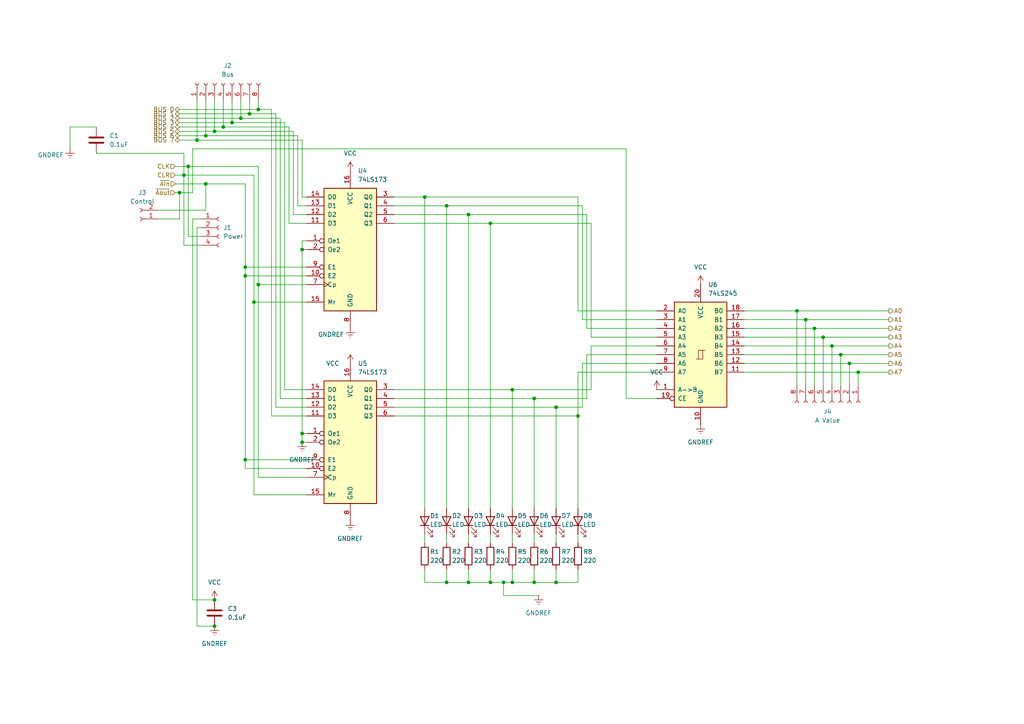
<source format=kicad_sch>
(kicad_sch (version 20231120) (generator "eeschema") (generator_version "8.0")
  (paper "A4")
  (lib_symbols
    (symbol "74xx:74LS173" (pin_names (offset 1.016))
      (property "Reference" "U" (at -7.62 19.05 0))
      (property "Value" "74LS173" (at -7.62 -19.05 0))
      (symbol "74LS173_1_0"
        (pin input inverted (at -12.7 2.54 0) (length 5.08) (name "Oe1") (number "1"))
        (pin input inverted (at -12.7 -7.62 0) (length 5.08) (name "E2") (number "10"))
        (pin input line (at -12.7 7.62 0) (length 5.08) (name "D3") (number "11"))
        (pin input line (at -12.7 10.16 0) (length 5.08) (name "D2") (number "12"))
        (pin input line (at -12.7 12.7 0) (length 5.08) (name "D1") (number "13"))
        (pin input line (at -12.7 15.24 0) (length 5.08) (name "D0") (number "14"))
        (pin input line (at -12.7 -15.24 0) (length 5.08) (name "Mr") (number "15"))
        (pin power_in line (at 0 22.86 270) (length 5.08) (name "VCC") (number "16"))
        (pin input inverted (at -12.7 0 0) (length 5.08) (name "Oe2") (number "2"))
        (pin tri_state line (at 12.7 15.24 180) (length 5.08) (name "Q0") (number "3"))
        (pin tri_state line (at 12.7 12.7 180) (length 5.08) (name "Q1") (number "4"))
        (pin tri_state line (at 12.7 10.16 180) (length 5.08) (name "Q2") (number "5"))
        (pin tri_state line (at 12.7 7.62 180) (length 5.08) (name "Q3") (number "6"))
        (pin input clock (at -12.7 -10.16 0) (length 5.08) (name "Cp") (number "7"))
        (pin power_in line (at 0 -22.86 90) (length 5.08) (name "GND") (number "8"))
        (pin input inverted (at -12.7 -5.08 0) (length 5.08) (name "E1") (number "9"))
      )
      (symbol "74LS173_1_1"
        (rectangle (start -7.62 17.78) (end 7.62 -17.78) (stroke (width 0.254)) (fill (type background)))
      )
    )
    (symbol "74xx:74LS245" (pin_names (offset 1.016))
      (property "Reference" "U" (at -7.62 16.51 0))
      (property "Value" "74LS245" (at -7.62 -16.51 0))
      (symbol "74LS245_1_0"
        (polyline (pts (xy -0.635 -1.27) (xy -0.635 1.27) (xy 0.635 1.27)))
        (polyline (pts (xy -1.27 -1.27) (xy 0.635 -1.27) (xy 0.635 1.27) (xy 1.27 1.27)))
        (pin input line (at -12.7 -10.16 0) (length 5.08) (name "A->B") (number "1"))
        (pin power_in line (at 0 -20.32 90) (length 5.08) (name "GND") (number "10"))
        (pin tri_state line (at 12.7 -5.08 180) (length 5.08) (name "B7") (number "11"))
        (pin tri_state line (at 12.7 -2.54 180) (length 5.08) (name "B6") (number "12"))
        (pin tri_state line (at 12.7 0 180) (length 5.08) (name "B5") (number "13"))
        (pin tri_state line (at 12.7 2.54 180) (length 5.08) (name "B4") (number "14"))
        (pin tri_state line (at 12.7 5.08 180) (length 5.08) (name "B3") (number "15"))
        (pin tri_state line (at 12.7 7.62 180) (length 5.08) (name "B2") (number "16"))
        (pin tri_state line (at 12.7 10.16 180) (length 5.08) (name "B1") (number "17"))
        (pin tri_state line (at 12.7 12.7 180) (length 5.08) (name "B0") (number "18"))
        (pin input inverted (at -12.7 -12.7 0) (length 5.08) (name "CE") (number "19"))
        (pin tri_state line (at -12.7 12.7 0) (length 5.08) (name "A0") (number "2"))
        (pin power_in line (at 0 20.32 270) (length 5.08) (name "VCC") (number "20"))
        (pin tri_state line (at -12.7 10.16 0) (length 5.08) (name "A1") (number "3"))
        (pin tri_state line (at -12.7 7.62 0) (length 5.08) (name "A2") (number "4"))
        (pin tri_state line (at -12.7 5.08 0) (length 5.08) (name "A3") (number "5"))
        (pin tri_state line (at -12.7 2.54 0) (length 5.08) (name "A4") (number "6"))
        (pin tri_state line (at -12.7 0 0) (length 5.08) (name "A5") (number "7"))
        (pin tri_state line (at -12.7 -2.54 0) (length 5.08) (name "A6") (number "8"))
        (pin tri_state line (at -12.7 -5.08 0) (length 5.08) (name "A7") (number "9"))
      )
      (symbol "74LS245_1_1"
        (rectangle (start -7.62 15.24) (end 7.62 -15.24) (stroke (width 0.254)) (fill (type background)))
      )
    )
    (symbol "Connector:Conn_01x02_Socket" (pin_names (offset 1.016) hide)
      (property "Reference" "J" (at 0 2.54 0))
      (property "Value" "Conn_01x02_Socket" (at 0 -5.08 0))
      (symbol "Conn_01x02_Socket_1_1"
        (arc (start 0 -2.032) (mid -0.5058 -2.54) (end 0 -3.048) (stroke (width 0.1524)))
        (polyline (pts (xy -1.27 -2.54) (xy -0.508 -2.54)) (stroke (width 0.1524)))
        (polyline (pts (xy -1.27 0) (xy -0.508 0)) (stroke (width 0.1524)))
        (arc (start 0 0.508) (mid -0.5058 0) (end 0 -0.508) (stroke (width 0.1524)))
        (pin passive line (at -5.08 0 0) (length 3.81) (name "Pin_1") (number "1"))
        (pin passive line (at -5.08 -2.54 0) (length 3.81) (name "Pin_2") (number "2"))
      )
    )
    (symbol "Connector:Conn_01x04_Socket" (pin_names (offset 1.016) hide)
      (property "Reference" "J" (at 0 5.08 0))
      (property "Value" "Conn_01x04_Socket" (at 0 -7.62 0))
      (symbol "Conn_01x04_Socket_1_1"
        (arc (start 0 -4.572) (mid -0.5058 -5.08) (end 0 -5.588) (stroke (width 0.1524)))
        (arc (start 0 -2.032) (mid -0.5058 -2.54) (end 0 -3.048) (stroke (width 0.1524)))
        (polyline (pts (xy -1.27 -5.08) (xy -0.508 -5.08)) (stroke (width 0.1524)))
        (polyline (pts (xy -1.27 -2.54) (xy -0.508 -2.54)) (stroke (width 0.1524)))
        (polyline (pts (xy -1.27 0) (xy -0.508 0)) (stroke (width 0.1524)))
        (polyline (pts (xy -1.27 2.54) (xy -0.508 2.54)) (stroke (width 0.1524)))
        (arc (start 0 0.508) (mid -0.5058 0) (end 0 -0.508) (stroke (width 0.1524)))
        (arc (start 0 3.048) (mid -0.5058 2.54) (end 0 2.032) (stroke (width 0.1524)))
        (pin passive line (at -5.08 2.54 0) (length 3.81) (name "Pin_1") (number "1"))
        (pin passive line (at -5.08 0 0) (length 3.81) (name "Pin_2") (number "2"))
        (pin passive line (at -5.08 -2.54 0) (length 3.81) (name "Pin_3") (number "3"))
        (pin passive line (at -5.08 -5.08 0) (length 3.81) (name "Pin_4") (number "4"))
      )
    )
    (symbol "Connector:Conn_01x08_Socket" (pin_names (offset 1.016) hide)
      (property "Reference" "J" (at 0 10.16 0))
      (property "Value" "Conn_01x08_Socket" (at 0 -12.7 0))
      (symbol "Conn_01x08_Socket_1_1"
        (arc (start 0 -9.652) (mid -0.5058 -10.16) (end 0 -10.668) (stroke (width 0.1524)))
        (arc (start 0 -7.112) (mid -0.5058 -7.62) (end 0 -8.128) (stroke (width 0.1524)))
        (arc (start 0 -4.572) (mid -0.5058 -5.08) (end 0 -5.588) (stroke (width 0.1524)))
        (arc (start 0 -2.032) (mid -0.5058 -2.54) (end 0 -3.048) (stroke (width 0.1524)))
        (polyline (pts (xy -1.27 -10.16) (xy -0.508 -10.16)) (stroke (width 0.1524)))
        (polyline (pts (xy -1.27 -7.62) (xy -0.508 -7.62)) (stroke (width 0.1524)))
        (polyline (pts (xy -1.27 -5.08) (xy -0.508 -5.08)) (stroke (width 0.1524)))
        (polyline (pts (xy -1.27 -2.54) (xy -0.508 -2.54)) (stroke (width 0.1524)))
        (polyline (pts (xy -1.27 0) (xy -0.508 0)) (stroke (width 0.1524)))
        (polyline (pts (xy -1.27 2.54) (xy -0.508 2.54)) (stroke (width 0.1524)))
        (polyline (pts (xy -1.27 5.08) (xy -0.508 5.08)) (stroke (width 0.1524)))
        (polyline (pts (xy -1.27 7.62) (xy -0.508 7.62)) (stroke (width 0.1524)))
        (arc (start 0 0.508) (mid -0.5058 0) (end 0 -0.508) (stroke (width 0.1524)))
        (arc (start 0 3.048) (mid -0.5058 2.54) (end 0 2.032) (stroke (width 0.1524)))
        (arc (start 0 5.588) (mid -0.5058 5.08) (end 0 4.572) (stroke (width 0.1524)))
        (arc (start 0 8.128) (mid -0.5058 7.62) (end 0 7.112) (stroke (width 0.1524)))
        (pin passive line (at -5.08 7.62 0) (length 3.81) (name "Pin_1") (number "1"))
        (pin passive line (at -5.08 5.08 0) (length 3.81) (name "Pin_2") (number "2"))
        (pin passive line (at -5.08 2.54 0) (length 3.81) (name "Pin_3") (number "3"))
        (pin passive line (at -5.08 0 0) (length 3.81) (name "Pin_4") (number "4"))
        (pin passive line (at -5.08 -2.54 0) (length 3.81) (name "Pin_5") (number "5"))
        (pin passive line (at -5.08 -5.08 0) (length 3.81) (name "Pin_6") (number "6"))
        (pin passive line (at -5.08 -7.62 0) (length 3.81) (name "Pin_7") (number "7"))
        (pin passive line (at -5.08 -10.16 0) (length 3.81) (name "Pin_8") (number "8"))
      )
    )
    (symbol "Device:C" (pin_numbers hide) (pin_names (offset 0.254))
      (property "Reference" "C" (at 0.635 2.54 0))
      (property "Value" "C" (at 0.635 -2.54 0))
      (symbol "C_0_1"
        (polyline (pts (xy -2.032 -0.762) (xy 2.032 -0.762)) (stroke (width 0.508)))
        (polyline (pts (xy -2.032 0.762) (xy 2.032 0.762)) (stroke (width 0.508)))
      )
      (symbol "C_1_1"
        (pin passive line (at 0 3.81 270) (length 2.794) (name "~") (number "1"))
        (pin passive line (at 0 -3.81 90) (length 2.794) (name "~") (number "2"))
      )
    )
    (symbol "Device:LED" (pin_numbers hide) (pin_names (offset 1.016) hide)
      (property "Reference" "D" (at 0 2.54 0))
      (property "Value" "LED" (at 0 -2.54 0))
      (symbol "LED_0_1"
        (polyline (pts (xy -1.27 -1.27) (xy -1.27 1.27)) (stroke (width 0.254)))
        (polyline (pts (xy -1.27 0) (xy 1.27 0)))
        (polyline (pts (xy 1.27 -1.27) (xy 1.27 1.27) (xy -1.27 0) (xy 1.27 -1.27)) (stroke (width 0.254)))
        (polyline (pts (xy -3.048 -0.762) (xy -4.572 -2.286) (xy -3.81 -2.286) (xy -4.572 -2.286) (xy -4.572 -1.524)))
        (polyline (pts (xy -1.778 -0.762) (xy -3.302 -2.286) (xy -2.54 -2.286) (xy -3.302 -2.286) (xy -3.302 -1.524)))
      )
      (symbol "LED_1_1"
        (pin passive line (at -3.81 0 0) (length 2.54) (name "K") (number "1"))
        (pin passive line (at 3.81 0 180) (length 2.54) (name "A") (number "2"))
      )
    )
    (symbol "Device:R" (pin_numbers hide) (pin_names (offset 0))
      (property "Reference" "R" (at 2.032 0 90))
      (property "Value" "R" (at 0 0 90))
      (symbol "R_0_1"
        (rectangle (start -1.016 -2.54) (end 1.016 2.54) (stroke (width 0.254)))
      )
      (symbol "R_1_1"
        (pin passive line (at 0 3.81 270) (length 1.27) (name "~") (number "1"))
        (pin passive line (at 0 -3.81 90) (length 1.27) (name "~") (number "2"))
      )
    )
    (symbol "power:GNDREF" (power) (pin_numbers hide) (pin_names (offset 0) hide)
      (property "Value" "GNDREF" (at 0 -3.81 0))
      (symbol "GNDREF_0_1"
        (polyline (pts (xy -0.635 -1.905) (xy 0.635 -1.905)))
        (polyline (pts (xy -0.127 -2.54) (xy 0.127 -2.54)))
        (polyline (pts (xy 0 -1.27) (xy 0 0)))
        (polyline (pts (xy 1.27 -1.27) (xy -1.27 -1.27)))
      )
      (symbol "GNDREF_1_1"
        (pin power_in line (at 0 0 270) (length 0) (name "~") (number "1"))
      )
    )
    (symbol "power:VCC" (power) (pin_numbers hide) (pin_names (offset 0) hide)
      (property "Value" "VCC" (at 0 3.556 0))
      (symbol "VCC_0_1"
        (polyline (pts (xy -0.762 1.27) (xy 0 2.54)))
        (polyline (pts (xy 0 0) (xy 0 2.54)))
        (polyline (pts (xy 0 2.54) (xy 0.762 1.27)))
      )
      (symbol "VCC_1_1"
        (pin power_in line (at 0 0 90) (length 0) (name "~") (number "1"))
      )
    )
  )
  (junction (at 62.23 173.99))
  (junction (at 71.12 77.47))
  (junction (at 135.89 168.91))
  (junction (at 161.29 118.11))
  (junction (at 52.07 55.88))
  (junction (at 64.77 36.83))
  (junction (at 248.92 107.95))
  (junction (at 142.24 64.77))
  (junction (at 231.14 90.17))
  (junction (at 69.85 34.29))
  (junction (at 142.24 168.91))
  (junction (at 241.3 100.33))
  (junction (at 236.22 95.25))
  (junction (at 146.05 168.91))
  (junction (at 71.12 133.35))
  (junction (at 161.29 168.91))
  (junction (at 148.59 113.03))
  (junction (at 53.34 50.8))
  (junction (at 129.54 59.69))
  (junction (at 54.61 48.26))
  (junction (at 73.66 87.63))
  (junction (at 72.39 33.02))
  (junction (at 148.59 168.91))
  (junction (at 246.38 105.41))
  (junction (at 243.84 102.87))
  (junction (at 87.63 128.27))
  (junction (at 57.15 40.64))
  (junction (at 87.63 125.73))
  (junction (at 135.89 62.23))
  (junction (at 74.93 31.75))
  (junction (at 154.94 168.91))
  (junction (at 238.76 97.79))
  (junction (at 62.23 181.61))
  (junction (at 167.64 120.65))
  (junction (at 74.93 82.55))
  (junction (at 59.69 39.37))
  (junction (at 129.54 168.91))
  (junction (at 67.31 35.56))
  (junction (at 233.68 92.71))
  (junction (at 87.63 72.39))
  (junction (at 59.69 53.34))
  (junction (at 123.19 57.15))
  (junction (at 62.23 38.1))
  (junction (at 154.94 115.57))
  (junction (at 71.12 80.01))
  (wire (pts (xy 67.31 35.56) (xy 82.55 35.56)))
  (wire (pts (xy 71.12 77.47) (xy 71.12 80.01)))
  (wire (pts (xy 87.63 125.73) (xy 87.63 128.27)))
  (wire (pts (xy 74.93 48.26) (xy 74.93 82.55)))
  (wire (pts (xy 57.15 181.61) (xy 62.23 181.61)))
  (wire (pts (xy 114.3 113.03) (xy 148.59 113.03)))
  (wire (pts (xy 170.18 95.25) (xy 170.18 62.23)))
  (wire (pts (xy 52.07 33.02) (xy 72.39 33.02)))
  (wire (pts (xy 50.8 53.34) (xy 59.69 53.34)))
  (wire (pts (xy 154.94 165.1) (xy 154.94 168.91)))
  (wire (pts (xy 52.07 34.29) (xy 69.85 34.29)))
  (wire (pts (xy 167.64 90.17) (xy 190.5 90.17)))
  (wire (pts (xy 135.89 154.94) (xy 135.89 157.48)))
  (wire (pts (xy 154.94 168.91) (xy 148.59 168.91)))
  (wire (pts (xy 59.69 39.37) (xy 86.36 39.37)))
  (wire (pts (xy 78.74 120.65) (xy 78.74 31.75)))
  (wire (pts (xy 142.24 64.77) (xy 171.45 64.77)))
  (wire (pts (xy 87.63 72.39) (xy 87.63 125.73)))
  (wire (pts (xy 129.54 59.69) (xy 168.91 59.69)))
  (wire (pts (xy 55.88 43.18) (xy 55.88 55.88)))
  (wire (pts (xy 71.12 53.34) (xy 71.12 77.47)))
  (wire (pts (xy 135.89 62.23) (xy 135.89 147.32)))
  (wire (pts (xy 87.63 72.39) (xy 88.9 72.39)))
  (wire (pts (xy 170.18 95.25) (xy 190.5 95.25)))
  (wire (pts (xy 129.54 154.94) (xy 129.54 157.48)))
  (wire (pts (xy 129.54 59.69) (xy 129.54 147.32)))
  (wire (pts (xy 171.45 64.77) (xy 171.45 97.79)))
  (wire (pts (xy 154.94 115.57) (xy 154.94 147.32)))
  (wire (pts (xy 52.07 39.37) (xy 59.69 39.37)))
  (wire (pts (xy 167.64 120.65) (xy 167.64 107.95)))
  (wire (pts (xy 87.63 69.85) (xy 87.63 72.39)))
  (wire (pts (xy 45.72 63.5) (xy 52.07 63.5)))
  (wire (pts (xy 52.07 31.75) (xy 74.93 31.75)))
  (wire (pts (xy 123.19 57.15) (xy 123.19 147.32)))
  (wire (pts (xy 54.61 48.26) (xy 74.93 48.26)))
  (wire (pts (xy 53.34 71.12) (xy 53.34 50.8)))
  (wire (pts (xy 168.91 105.41) (xy 168.91 118.11)))
  (wire (pts (xy 59.69 29.21) (xy 59.69 39.37)))
  (wire (pts (xy 167.64 168.91) (xy 161.29 168.91)))
  (wire (pts (xy 215.9 95.25) (xy 236.22 95.25)))
  (wire (pts (xy 59.69 60.96) (xy 59.69 53.34)))
  (wire (pts (xy 88.9 59.69) (xy 86.36 59.69)))
  (wire (pts (xy 55.88 55.88) (xy 52.07 55.88)))
  (wire (pts (xy 236.22 111.76) (xy 236.22 95.25)))
  (wire (pts (xy 69.85 34.29) (xy 81.28 34.29)))
  (wire (pts (xy 114.3 57.15) (xy 123.19 57.15)))
  (wire (pts (xy 83.82 64.77) (xy 83.82 36.83)))
  (wire (pts (xy 52.07 35.56) (xy 67.31 35.56)))
  (wire (pts (xy 88.9 64.77) (xy 83.82 64.77)))
  (wire (pts (xy 86.36 59.69) (xy 86.36 39.37)))
  (wire (pts (xy 72.39 29.21) (xy 72.39 33.02)))
  (wire (pts (xy 142.24 64.77) (xy 142.24 147.32)))
  (wire (pts (xy 170.18 102.87) (xy 190.5 102.87)))
  (wire (pts (xy 154.94 115.57) (xy 170.18 115.57)))
  (wire (pts (xy 114.3 120.65) (xy 167.64 120.65)))
  (wire (pts (xy 87.63 128.27) (xy 88.9 128.27)))
  (wire (pts (xy 246.38 111.76) (xy 246.38 105.41)))
  (wire (pts (xy 215.9 100.33) (xy 241.3 100.33)))
  (wire (pts (xy 88.9 120.65) (xy 78.74 120.65)))
  (wire (pts (xy 161.29 168.91) (xy 154.94 168.91)))
  (wire (pts (xy 215.9 97.79) (xy 238.76 97.79)))
  (wire (pts (xy 142.24 165.1) (xy 142.24 168.91)))
  (wire (pts (xy 123.19 57.15) (xy 167.64 57.15)))
  (wire (pts (xy 181.61 43.18) (xy 55.88 43.18)))
  (wire (pts (xy 88.9 62.23) (xy 85.09 62.23)))
  (wire (pts (xy 80.01 118.11) (xy 80.01 33.02)))
  (wire (pts (xy 167.64 57.15) (xy 167.64 90.17)))
  (wire (pts (xy 161.29 118.11) (xy 168.91 118.11)))
  (wire (pts (xy 241.3 111.76) (xy 241.3 100.33)))
  (wire (pts (xy 58.42 63.5) (xy 55.88 63.5)))
  (wire (pts (xy 236.22 95.25) (xy 257.81 95.25)))
  (wire (pts (xy 53.34 44.45) (xy 27.94 44.45)))
  (wire (pts (xy 87.63 40.64) (xy 87.63 57.15)))
  (wire (pts (xy 248.92 107.95) (xy 257.81 107.95)))
  (wire (pts (xy 142.24 168.91) (xy 146.05 168.91)))
  (wire (pts (xy 88.9 69.85) (xy 87.63 69.85)))
  (wire (pts (xy 55.88 173.99) (xy 62.23 173.99)))
  (wire (pts (xy 73.66 87.63) (xy 88.9 87.63)))
  (wire (pts (xy 74.93 29.21) (xy 74.93 31.75)))
  (wire (pts (xy 27.94 36.83) (xy 20.32 36.83)))
  (wire (pts (xy 168.91 105.41) (xy 190.5 105.41)))
  (wire (pts (xy 231.14 90.17) (xy 257.81 90.17)))
  (wire (pts (xy 123.19 168.91) (xy 129.54 168.91)))
  (wire (pts (xy 135.89 165.1) (xy 135.89 168.91)))
  (wire (pts (xy 246.38 105.41) (xy 257.81 105.41)))
  (wire (pts (xy 238.76 111.76) (xy 238.76 97.79)))
  (wire (pts (xy 64.77 36.83) (xy 83.82 36.83)))
  (wire (pts (xy 168.91 59.69) (xy 168.91 92.71)))
  (wire (pts (xy 88.9 113.03) (xy 82.55 113.03)))
  (wire (pts (xy 129.54 165.1) (xy 129.54 168.91)))
  (wire (pts (xy 161.29 165.1) (xy 161.29 168.91)))
  (wire (pts (xy 146.05 168.91) (xy 146.05 172.72)))
  (wire (pts (xy 171.45 97.79) (xy 190.5 97.79)))
  (wire (pts (xy 171.45 113.03) (xy 171.45 100.33)))
  (wire (pts (xy 215.9 92.71) (xy 233.68 92.71)))
  (wire (pts (xy 74.93 138.43) (xy 88.9 138.43)))
  (wire (pts (xy 171.45 100.33) (xy 190.5 100.33)))
  (wire (pts (xy 190.5 115.57) (xy 181.61 115.57)))
  (wire (pts (xy 135.89 168.91) (xy 142.24 168.91)))
  (wire (pts (xy 59.69 53.34) (xy 71.12 53.34)))
  (wire (pts (xy 243.84 111.76) (xy 243.84 102.87)))
  (wire (pts (xy 231.14 90.17) (xy 231.14 111.76)))
  (wire (pts (xy 114.3 64.77) (xy 142.24 64.77)))
  (wire (pts (xy 114.3 115.57) (xy 154.94 115.57)))
  (wire (pts (xy 161.29 154.94) (xy 161.29 157.48)))
  (wire (pts (xy 71.12 135.89) (xy 88.9 135.89)))
  (wire (pts (xy 88.9 118.11) (xy 80.01 118.11)))
  (wire (pts (xy 148.59 168.91) (xy 146.05 168.91)))
  (wire (pts (xy 52.07 36.83) (xy 64.77 36.83)))
  (wire (pts (xy 62.23 29.21) (xy 62.23 38.1)))
  (wire (pts (xy 54.61 68.58) (xy 54.61 48.26)))
  (wire (pts (xy 71.12 133.35) (xy 71.12 135.89)))
  (wire (pts (xy 81.28 34.29) (xy 81.28 115.57)))
  (wire (pts (xy 85.09 62.23) (xy 85.09 38.1)))
  (wire (pts (xy 55.88 63.5) (xy 55.88 173.99)))
  (wire (pts (xy 241.3 100.33) (xy 257.81 100.33)))
  (wire (pts (xy 74.93 82.55) (xy 74.93 138.43)))
  (wire (pts (xy 129.54 168.91) (xy 135.89 168.91)))
  (wire (pts (xy 50.8 48.26) (xy 54.61 48.26)))
  (wire (pts (xy 52.07 40.64) (xy 57.15 40.64)))
  (wire (pts (xy 114.3 59.69) (xy 129.54 59.69)))
  (wire (pts (xy 45.72 60.96) (xy 59.69 60.96)))
  (wire (pts (xy 62.23 38.1) (xy 85.09 38.1)))
  (wire (pts (xy 73.66 143.51) (xy 88.9 143.51)))
  (wire (pts (xy 52.07 63.5) (xy 52.07 55.88)))
  (wire (pts (xy 73.66 50.8) (xy 73.66 87.63)))
  (wire (pts (xy 71.12 80.01) (xy 71.12 133.35)))
  (wire (pts (xy 53.34 50.8) (xy 53.34 44.45)))
  (wire (pts (xy 170.18 62.23) (xy 135.89 62.23)))
  (wire (pts (xy 167.64 154.94) (xy 167.64 157.48)))
  (wire (pts (xy 67.31 29.21) (xy 67.31 35.56)))
  (wire (pts (xy 146.05 172.72) (xy 156.21 172.72)))
  (wire (pts (xy 248.92 111.76) (xy 248.92 107.95)))
  (wire (pts (xy 71.12 133.35) (xy 88.9 133.35)))
  (wire (pts (xy 123.19 165.1) (xy 123.19 168.91)))
  (wire (pts (xy 233.68 92.71) (xy 233.68 111.76)))
  (wire (pts (xy 52.07 55.88) (xy 50.8 55.88)))
  (wire (pts (xy 64.77 29.21) (xy 64.77 36.83)))
  (wire (pts (xy 123.19 154.94) (xy 123.19 157.48)))
  (wire (pts (xy 57.15 29.21) (xy 57.15 40.64)))
  (wire (pts (xy 148.59 165.1) (xy 148.59 168.91)))
  (wire (pts (xy 154.94 154.94) (xy 154.94 157.48)))
  (wire (pts (xy 57.15 66.04) (xy 57.15 181.61)))
  (wire (pts (xy 181.61 115.57) (xy 181.61 43.18)))
  (wire (pts (xy 238.76 97.79) (xy 257.81 97.79)))
  (wire (pts (xy 87.63 125.73) (xy 88.9 125.73)))
  (wire (pts (xy 167.64 107.95) (xy 190.5 107.95)))
  (wire (pts (xy 161.29 118.11) (xy 161.29 147.32)))
  (wire (pts (xy 58.42 68.58) (xy 54.61 68.58)))
  (wire (pts (xy 148.59 113.03) (xy 171.45 113.03)))
  (wire (pts (xy 168.91 92.71) (xy 190.5 92.71)))
  (wire (pts (xy 57.15 40.64) (xy 87.63 40.64)))
  (wire (pts (xy 88.9 77.47) (xy 71.12 77.47)))
  (wire (pts (xy 215.9 107.95) (xy 248.92 107.95)))
  (wire (pts (xy 114.3 118.11) (xy 161.29 118.11)))
  (wire (pts (xy 58.42 71.12) (xy 53.34 71.12)))
  (wire (pts (xy 167.64 120.65) (xy 167.64 147.32)))
  (wire (pts (xy 69.85 29.21) (xy 69.85 34.29)))
  (wire (pts (xy 170.18 115.57) (xy 170.18 102.87)))
  (wire (pts (xy 53.34 50.8) (xy 73.66 50.8)))
  (wire (pts (xy 58.42 66.04) (xy 57.15 66.04)))
  (wire (pts (xy 215.9 102.87) (xy 243.84 102.87)))
  (wire (pts (xy 167.64 165.1) (xy 167.64 168.91)))
  (wire (pts (xy 88.9 57.15) (xy 87.63 57.15)))
  (wire (pts (xy 114.3 62.23) (xy 135.89 62.23)))
  (wire (pts (xy 148.59 154.94) (xy 148.59 157.48)))
  (wire (pts (xy 82.55 113.03) (xy 82.55 35.56)))
  (wire (pts (xy 243.84 102.87) (xy 257.81 102.87)))
  (wire (pts (xy 73.66 87.63) (xy 73.66 143.51)))
  (wire (pts (xy 74.93 31.75) (xy 78.74 31.75)))
  (wire (pts (xy 50.8 50.8) (xy 53.34 50.8)))
  (wire (pts (xy 71.12 80.01) (xy 88.9 80.01)))
  (wire (pts (xy 215.9 90.17) (xy 231.14 90.17)))
  (wire (pts (xy 142.24 154.94) (xy 142.24 157.48)))
  (wire (pts (xy 215.9 105.41) (xy 246.38 105.41)))
  (wire (pts (xy 148.59 113.03) (xy 148.59 147.32)))
  (wire (pts (xy 74.93 82.55) (xy 88.9 82.55)))
  (wire (pts (xy 233.68 92.71) (xy 257.81 92.71)))
  (wire (pts (xy 20.32 36.83) (xy 20.32 43.18)))
  (wire (pts (xy 52.07 38.1) (xy 62.23 38.1)))
  (wire (pts (xy 72.39 33.02) (xy 80.01 33.02)))
  (wire (pts (xy 81.28 115.57) (xy 88.9 115.57)))
  (hierarchical_label "~{Aout}" (shape input) (at 50.8 55.88 180))
  (hierarchical_label "~{Ain}" (shape input) (at 50.8 53.34 180))
  (hierarchical_label "CLK" (shape input) (at 50.8 48.26 180))
  (hierarchical_label "BUS 0" (shape tri_state) (at 52.07 31.75 180))
  (hierarchical_label "CLR" (shape input) (at 50.8 50.8 180))
  (hierarchical_label "A6" (shape output) (at 257.81 105.41 0))
  (hierarchical_label "A3" (shape output) (at 257.81 97.79 0))
  (hierarchical_label "BUS 6" (shape tri_state) (at 52.07 39.37 180))
  (hierarchical_label "A7" (shape output) (at 257.81 107.95 0))
  (hierarchical_label "A4" (shape output) (at 257.81 100.33 0))
  (hierarchical_label "BUS 7" (shape tri_state) (at 52.07 40.64 180))
  (hierarchical_label "A0" (shape output) (at 257.81 90.17 0))
  (hierarchical_label "BUS 4" (shape tri_state) (at 52.07 36.83 180))
  (hierarchical_label "BUS 5" (shape tri_state) (at 52.07 38.1 180))
  (hierarchical_label "BUS 3" (shape tri_state) (at 52.07 35.56 180))
  (hierarchical_label "A2" (shape output) (at 257.81 95.25 0))
  (hierarchical_label "BUS 2" (shape tri_state) (at 52.07 34.29 180))
  (hierarchical_label "A1" (shape output) (at 257.81 92.71 0))
  (hierarchical_label "BUS 1" (shape tri_state) (at 52.07 33.02 180))
  (hierarchical_label "A5" (shape output) (at 257.81 102.87 0))
  (symbol (lib_id "power:VCC") (at 101.6 49.53 0) (unit 1)
    (property "Reference" "#PWR016" (effects (hide yes)))
    (property "Value" "VCC" (at 101.6 44.45 0))
    (property "Description" "Power symbol creates a global label with name \"VCC\"" (effects (hide yes)))
  )
  (symbol (lib_id "Device:LED") (at 154.94 151.13 90) (unit 1)
    (property "Reference" "D6" (at 156.464 149.606 90) (effects (justify right)))
    (property "Value" "LED" (at 156.464 152.146 90) (effects (justify right)))
    (property "Footprint" "LED_SMD:LED_1206_3216Metric_Pad1.42x1.75mm_HandSolder" (effects (hide yes)))
    (property "Description" "Light emitting diode" (effects (hide yes)))
  )
  (symbol (lib_id "Connector:Conn_01x02_Socket") (at 40.64 63.5 180) (unit 1)
    (property "Reference" "J3" (at 41.275 55.88 0))
    (property "Value" "Control" (at 41.275 58.42 0))
    (property "Footprint" "Connector_Molex:Molex_PicoBlade_53048-0210_1x02_P1.25mm_Horizontal" (effects (hide yes)))
    (property "Description" "Generic connector, single row, 01x02, script generated" (effects (hide yes)))
  )
  (symbol (lib_id "power:VCC") (at 203.2 82.55 0) (unit 1)
    (property "Reference" "#PWR017" (effects (hide yes)))
    (property "Value" "VCC" (at 203.2 77.47 0))
    (property "Description" "Power symbol creates a global label with name \"VCC\"" (effects (hide yes)))
  )
  (symbol (lib_id "Device:LED") (at 161.29 151.13 90) (unit 1)
    (property "Reference" "D7" (at 162.814 149.606 90) (effects (justify right)))
    (property "Value" "LED" (at 162.814 152.146 90) (effects (justify right)))
    (property "Footprint" "LED_SMD:LED_1206_3216Metric_Pad1.42x1.75mm_HandSolder" (effects (hide yes)))
    (property "Description" "Light emitting diode" (effects (hide yes)))
  )
  (symbol (lib_id "Device:R") (at 161.29 161.29 0) (unit 1)
    (property "Reference" "R7" (at 162.814 160.02 0) (effects (justify left)))
    (property "Value" "220" (at 162.814 162.56 0) (effects (justify left)))
    (property "Footprint" "Resistor_SMD:R_1206_3216Metric_Pad1.30x1.75mm_HandSolder" (effects (hide yes)))
    (property "Description" "Resistor" (effects (hide yes)))
  )
  (symbol (lib_id "Device:R") (at 135.89 161.29 0) (unit 1)
    (property "Reference" "R3" (at 137.414 160.02 0) (effects (justify left)))
    (property "Value" "220" (at 137.414 162.56 0) (effects (justify left)))
    (property "Footprint" "Resistor_SMD:R_1206_3216Metric_Pad1.30x1.75mm_HandSolder" (effects (hide yes)))
    (property "Description" "Resistor" (effects (hide yes)))
  )
  (symbol (lib_id "power:VCC") (at 190.5 113.03 0) (unit 1)
    (property "Reference" "#PWR01" (effects (hide yes)))
    (property "Value" "VCC" (at 190.5 107.95 0))
    (property "Description" "Power symbol creates a global label with name \"VCC\"" (effects (hide yes)))
  )
  (symbol (lib_id "power:VCC") (at 101.6 105.41 0) (unit 1)
    (property "Reference" "#PWR015" (effects (hide yes)))
    (property "Value" "VCC" (at 96.52 105.41 0))
    (property "Description" "Power symbol creates a global label with name \"VCC\"" (effects (hide yes)))
  )
  (symbol (lib_id "Device:R") (at 148.59 161.29 0) (unit 1)
    (property "Reference" "R5" (at 150.114 160.02 0) (effects (justify left)))
    (property "Value" "220" (at 150.114 162.56 0) (effects (justify left)))
    (property "Footprint" "Resistor_SMD:R_1206_3216Metric_Pad1.30x1.75mm_HandSolder" (effects (hide yes)))
    (property "Description" "Resistor" (effects (hide yes)))
  )
  (symbol (lib_id "74xx:74LS173") (at 101.6 72.39 0) (unit 1)
    (property "Reference" "U4" (at 103.7941 49.53 0) (effects (justify left)))
    (property "Value" "74LS173" (at 103.7941 52.07 0) (effects (justify left)))
    (property "Footprint" "Package_DIP:DIP-16_W7.62mm_Socket_LongPads" (effects (hide yes)))
    (property "Datasheet" "http://www.ti.com/lit/gpn/sn74LS173" (effects (hide yes)))
    (property "Description" "4-bit D-type Register, 3 state out" (effects (hide yes)))
  )
  (symbol (lib_id "power:GNDREF") (at 101.6 151.13 0) (unit 1)
    (property "Reference" "#PWR010" (effects (hide yes)))
    (property "Value" "GNDREF" (at 101.6 156.21 0))
    (property "Description" "Power symbol creates a global label with name \"GNDREF\" , reference supply ground" (effects (hide yes)))
  )
  (symbol (lib_id "power:GNDREF") (at 203.2 123.19 0) (unit 1)
    (property "Reference" "#PWR012" (effects (hide yes)))
    (property "Value" "GNDREF" (at 203.2 128.27 0))
    (property "Description" "Power symbol creates a global label with name \"GNDREF\" , reference supply ground" (effects (hide yes)))
  )
  (symbol (lib_id "Device:R") (at 167.64 161.29 0) (unit 1)
    (property "Reference" "R8" (at 169.164 160.02 0) (effects (justify left)))
    (property "Value" "220" (at 169.164 162.56 0) (effects (justify left)))
    (property "Footprint" "Resistor_SMD:R_1206_3216Metric_Pad1.30x1.75mm_HandSolder" (effects (hide yes)))
    (property "Description" "Resistor" (effects (hide yes)))
  )
  (symbol (lib_id "Connector:Conn_01x08_Socket") (at 241.3 116.84 270) (unit 1)
    (property "Reference" "J4" (at 240.03 119.38 90))
    (property "Value" "A Value" (at 240.03 121.92 90))
    (property "Footprint" "Connector_Molex:Molex_PicoBlade_53048-0810_1x08_P1.25mm_Horizontal" (effects (hide yes)))
    (property "Description" "Generic connector, single row, 01x08, script generated" (effects (hide yes)))
  )
  (symbol (lib_id "power:GNDREF") (at 87.63 128.27 0) (unit 1)
    (property "Reference" "#PWR02" (effects (hide yes)))
    (property "Value" "GNDREF" (at 87.63 133.35 0))
    (property "Description" "Power symbol creates a global label with name \"GNDREF\" , reference supply ground" (effects (hide yes)))
  )
  (symbol (lib_id "Device:LED") (at 148.59 151.13 90) (unit 1)
    (property "Reference" "D5" (at 150.114 149.606 90) (effects (justify right)))
    (property "Value" "LED" (at 150.114 152.146 90) (effects (justify right)))
    (property "Footprint" "LED_SMD:LED_1206_3216Metric_Pad1.42x1.75mm_HandSolder" (effects (hide yes)))
    (property "Description" "Light emitting diode" (effects (hide yes)))
  )
  (symbol (lib_id "Device:C") (at 27.94 40.64 0) (unit 1)
    (property "Reference" "C1" (at 31.75 39.3699 0) (effects (justify left)))
    (property "Value" "0.1uF" (at 31.75 41.9099 0) (effects (justify left)))
    (property "Footprint" "Capacitor_SMD:C_1206_3216Metric_Pad1.33x1.80mm_HandSolder" (effects (hide yes)))
    (property "Description" "Unpolarized capacitor" (effects (hide yes)))
  )
  (symbol (lib_id "Connector:Conn_01x08_Socket") (at 64.77 24.13 90) (unit 1)
    (property "Reference" "J2" (at 66.04 19.05 90))
    (property "Value" "Bus" (at 66.04 21.59 90))
    (property "Footprint" "Connector_Molex:Molex_PicoBlade_53048-0810_1x08_P1.25mm_Horizontal" (effects (hide yes)))
    (property "Description" "Generic connector, single row, 01x08, script generated" (effects (hide yes)))
  )
  (symbol (lib_id "Device:R") (at 129.54 161.29 0) (unit 1)
    (property "Reference" "R2" (at 131.064 160.02 0) (effects (justify left)))
    (property "Value" "220" (at 131.064 162.56 0) (effects (justify left)))
    (property "Footprint" "Resistor_SMD:R_1206_3216Metric_Pad1.30x1.75mm_HandSolder" (effects (hide yes)))
    (property "Description" "Resistor" (effects (hide yes)))
  )
  (symbol (lib_id "power:GNDREF") (at 156.21 172.72 0) (unit 1)
    (property "Reference" "#PWR09" (effects (hide yes)))
    (property "Value" "GNDREF" (at 156.21 177.8 0))
    (property "Description" "Power symbol creates a global label with name \"GNDREF\" , reference supply ground" (effects (hide yes)))
  )
  (symbol (lib_id "power:VCC") (at 62.23 173.99 0) (unit 1)
    (property "Reference" "#PWR014" (effects (hide yes)))
    (property "Value" "VCC" (at 62.23 168.91 0))
    (property "Description" "Power symbol creates a global label with name \"VCC\"" (effects (hide yes)))
  )
  (symbol (lib_id "power:GNDREF") (at 101.6 95.25 0) (unit 1)
    (property "Reference" "#PWR011" (effects (hide yes)))
    (property "Value" "GNDREF" (at 96.012 97.028 0))
    (property "Description" "Power symbol creates a global label with name \"GNDREF\" , reference supply ground" (effects (hide yes)))
  )
  (symbol (lib_id "Connector:Conn_01x04_Socket") (at 63.5 66.04 0) (unit 1)
    (property "Reference" "J1" (at 64.77 66.0399 0) (effects (justify left)))
    (property "Value" "Power" (at 64.77 68.5799 0) (effects (justify left)))
    (property "Footprint" "Connector_Molex:Molex_PicoBlade_53048-0410_1x04_P1.25mm_Horizontal" (effects (hide yes)))
    (property "Description" "Generic connector, single row, 01x04, script generated" (effects (hide yes)))
  )
  (symbol (lib_id "74xx:74LS173") (at 101.6 128.27 0) (unit 1)
    (property "Reference" "U5" (at 103.7941 105.41 0) (effects (justify left)))
    (property "Value" "74LS173" (at 103.7941 107.95 0) (effects (justify left)))
    (property "Footprint" "Package_DIP:DIP-16_W7.62mm_Socket_LongPads" (effects (hide yes)))
    (property "Datasheet" "http://www.ti.com/lit/gpn/sn74LS173" (effects (hide yes)))
    (property "Description" "4-bit D-type Register, 3 state out" (effects (hide yes)))
  )
  (symbol (lib_id "Device:C") (at 62.23 177.8 0) (unit 1)
    (property "Reference" "C3" (at 66.04 176.5299 0) (effects (justify left)))
    (property "Value" "0.1uF" (at 66.04 179.0699 0) (effects (justify left)))
    (property "Footprint" "Capacitor_SMD:C_1206_3216Metric_Pad1.33x1.80mm_HandSolder" (effects (hide yes)))
    (property "Description" "Unpolarized capacitor" (effects (hide yes)))
  )
  (symbol (lib_id "Device:LED") (at 129.54 151.13 90) (unit 1)
    (property "Reference" "D2" (at 131.064 149.606 90) (effects (justify right)))
    (property "Value" "LED" (at 131.064 152.146 90) (effects (justify right)))
    (property "Footprint" "LED_SMD:LED_1206_3216Metric_Pad1.42x1.75mm_HandSolder" (effects (hide yes)))
    (property "Description" "Light emitting diode" (effects (hide yes)))
  )
  (symbol (lib_id "power:GNDREF") (at 62.23 181.61 0) (unit 1)
    (property "Reference" "#PWR013" (effects (hide yes)))
    (property "Value" "GNDREF" (at 62.23 186.69 0))
    (property "Description" "Power symbol creates a global label with name \"GNDREF\" , reference supply ground" (effects (hide yes)))
  )
  (symbol (lib_id "74xx:74LS245") (at 203.2 102.87 0) (unit 1)
    (property "Reference" "U6" (at 205.3941 82.55 0) (effects (justify left)))
    (property "Value" "74LS245" (at 205.3941 85.09 0) (effects (justify left)))
    (property "Footprint" "Package_DIP:DIP-20_W7.62mm_Socket_LongPads" (effects (hide yes)))
    (property "Datasheet" "http://www.ti.com/lit/gpn/sn74LS245" (effects (hide yes)))
    (property "Description" "Octal BUS Transceivers, 3-State outputs" (effects (hide yes)))
  )
  (symbol (lib_id "Device:LED") (at 142.24 151.13 90) (unit 1)
    (property "Reference" "D4" (at 143.764 149.606 90) (effects (justify right)))
    (property "Value" "LED" (at 143.764 152.146 90) (effects (justify right)))
    (property "Footprint" "LED_SMD:LED_1206_3216Metric_Pad1.42x1.75mm_HandSolder" (effects (hide yes)))
    (property "Description" "Light emitting diode" (effects (hide yes)))
  )
  (symbol (lib_id "Device:LED") (at 167.64 151.13 90) (unit 1)
    (property "Reference" "D8" (at 169.164 149.606 90) (effects (justify right)))
    (property "Value" "LED" (at 169.164 152.146 90) (effects (justify right)))
    (property "Footprint" "LED_SMD:LED_1206_3216Metric_Pad1.42x1.75mm_HandSolder" (effects (hide yes)))
    (property "Description" "Light emitting diode" (effects (hide yes)))
  )
  (symbol (lib_id "Device:R") (at 123.19 161.29 0) (unit 1)
    (property "Reference" "R1" (at 124.714 160.02 0) (effects (justify left)))
    (property "Value" "220" (at 124.714 162.56 0) (effects (justify left)))
    (property "Footprint" "Resistor_SMD:R_1206_3216Metric_Pad1.30x1.75mm_HandSolder" (effects (hide yes)))
    (property "Description" "Resistor" (effects (hide yes)))
  )
  (symbol (lib_id "Device:R") (at 154.94 161.29 0) (unit 1)
    (property "Reference" "R6" (at 156.464 160.02 0) (effects (justify left)))
    (property "Value" "220" (at 156.464 162.56 0) (effects (justify left)))
    (property "Footprint" "Resistor_SMD:R_1206_3216Metric_Pad1.30x1.75mm_HandSolder" (effects (hide yes)))
    (property "Description" "Resistor" (effects (hide yes)))
  )
  (symbol (lib_id "power:GNDREF") (at 20.32 43.18 0) (unit 1)
    (property "Reference" "#PWR03" (effects (hide yes)))
    (property "Value" "GNDREF" (at 14.732 44.958 0))
    (property "Description" "Power symbol creates a global label with name \"GNDREF\" , reference supply ground" (effects (hide yes)))
  )
  (symbol (lib_id "Device:LED") (at 123.19 151.13 90) (unit 1)
    (property "Reference" "D1" (at 124.714 149.606 90) (effects (justify right)))
    (property "Value" "LED" (at 124.714 152.146 90) (effects (justify right)))
    (property "Footprint" "LED_SMD:LED_1206_3216Metric_Pad1.42x1.75mm_HandSolder" (effects (hide yes)))
    (property "Description" "Light emitting diode" (effects (hide yes)))
  )
  (symbol (lib_id "Device:R") (at 142.24 161.29 0) (unit 1)
    (property "Reference" "R4" (at 143.764 160.02 0) (effects (justify left)))
    (property "Value" "220" (at 143.764 162.56 0) (effects (justify left)))
    (property "Footprint" "Resistor_SMD:R_1206_3216Metric_Pad1.30x1.75mm_HandSolder" (effects (hide yes)))
    (property "Description" "Resistor" (effects (hide yes)))
  )
  (symbol (lib_id "Device:LED") (at 135.89 151.13 90) (unit 1)
    (property "Reference" "D3" (at 137.414 149.606 90) (effects (justify right)))
    (property "Value" "LED" (at 137.414 152.146 90) (effects (justify right)))
    (property "Footprint" "LED_SMD:LED_1206_3216Metric_Pad1.42x1.75mm_HandSolder" (effects (hide yes)))
    (property "Description" "Light emitting diode" (effects (hide yes)))
  )
)
</source>
